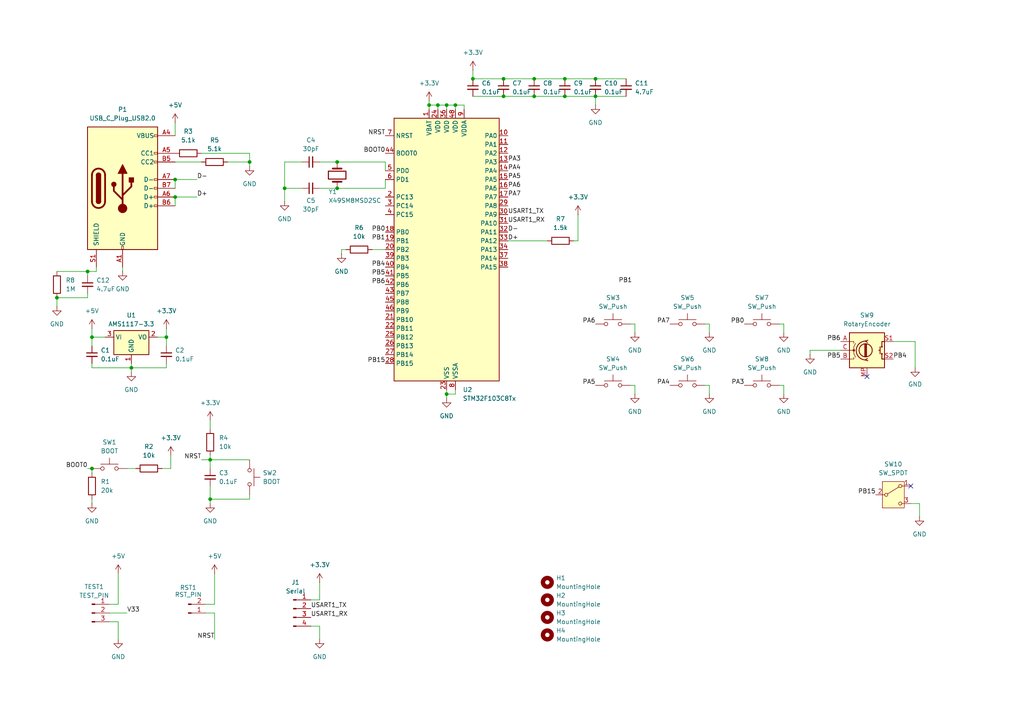
<source format=kicad_sch>
(kicad_sch (version 20250114) (generator "eeschema") (generator_version "9.0")
  (paper "A4")
  (lib_symbols
    (symbol "Connector:Conn_01x02_Pin" (pin_names (offset 1.016) (hide yes))
      (property "Reference" "J" (at 0 2.54 0))
      (property "Value" "Conn_01x02_Pin" (at 0 -5.08 0))
      (symbol "Conn_01x02_Pin_1_1"
        (rectangle (start 0.8636 0.127) (end 0 -0.127) (stroke (width 0.1524)) (fill (type outline)))
        (rectangle (start 0.8636 -2.413) (end 0 -2.667) (stroke (width 0.1524)) (fill (type outline)))
        (polyline (pts (xy 1.27 0) (xy 0.8636 0)) (stroke (width 0.1524)))
        (polyline (pts (xy 1.27 -2.54) (xy 0.8636 -2.54)) (stroke (width 0.1524)))
        (pin passive line (at 5.08 0 180) (length 3.81) (name "Pin_1") (number "1"))
        (pin passive line (at 5.08 -2.54 180) (length 3.81) (name "Pin_2") (number "2"))
      )
    )
    (symbol "Connector:Conn_01x03_Pin" (pin_names (offset 1.016) (hide yes))
      (property "Reference" "J" (at 0 5.08 0))
      (property "Value" "Conn_01x03_Pin" (at 0 -5.08 0))
      (symbol "Conn_01x03_Pin_1_1"
        (rectangle (start 0.8636 2.667) (end 0 2.413) (stroke (width 0.1524)) (fill (type outline)))
        (rectangle (start 0.8636 0.127) (end 0 -0.127) (stroke (width 0.1524)) (fill (type outline)))
        (rectangle (start 0.8636 -2.413) (end 0 -2.667) (stroke (width 0.1524)) (fill (type outline)))
        (polyline (pts (xy 1.27 2.54) (xy 0.8636 2.54)) (stroke (width 0.1524)))
        (polyline (pts (xy 1.27 0) (xy 0.8636 0)) (stroke (width 0.1524)))
        (polyline (pts (xy 1.27 -2.54) (xy 0.8636 -2.54)) (stroke (width 0.1524)))
        (pin passive line (at 5.08 2.54 180) (length 3.81) (name "Pin_1") (number "1"))
        (pin passive line (at 5.08 0 180) (length 3.81) (name "Pin_2") (number "2"))
        (pin passive line (at 5.08 -2.54 180) (length 3.81) (name "Pin_3") (number "3"))
      )
    )
    (symbol "Connector:Conn_01x04_Pin" (pin_names (offset 1.016) (hide yes))
      (property "Reference" "J" (at 0 5.08 0))
      (property "Value" "Conn_01x04_Pin" (at 0 -7.62 0))
      (symbol "Conn_01x04_Pin_1_1"
        (rectangle (start 0.8636 2.667) (end 0 2.413) (stroke (width 0.1524)) (fill (type outline)))
        (rectangle (start 0.8636 0.127) (end 0 -0.127) (stroke (width 0.1524)) (fill (type outline)))
        (rectangle (start 0.8636 -2.413) (end 0 -2.667) (stroke (width 0.1524)) (fill (type outline)))
        (rectangle (start 0.8636 -4.953) (end 0 -5.207) (stroke (width 0.1524)) (fill (type outline)))
        (polyline (pts (xy 1.27 2.54) (xy 0.8636 2.54)) (stroke (width 0.1524)))
        (polyline (pts (xy 1.27 0) (xy 0.8636 0)) (stroke (width 0.1524)))
        (polyline (pts (xy 1.27 -2.54) (xy 0.8636 -2.54)) (stroke (width 0.1524)))
        (polyline (pts (xy 1.27 -5.08) (xy 0.8636 -5.08)) (stroke (width 0.1524)))
        (pin passive line (at 5.08 2.54 180) (length 3.81) (name "Pin_1") (number "1"))
        (pin passive line (at 5.08 0 180) (length 3.81) (name "Pin_2") (number "2"))
        (pin passive line (at 5.08 -2.54 180) (length 3.81) (name "Pin_3") (number "3"))
        (pin passive line (at 5.08 -5.08 180) (length 3.81) (name "Pin_4") (number "4"))
      )
    )
    (symbol "Connector:USB_C_Receptacle_USB2.0_14P" (pin_names (offset 1.016))
      (property "Reference" "J" (at 0 22.225 0))
      (property "Value" "USB_C_Receptacle_USB2.0_14P" (at 0 19.685 0))
      (symbol "USB_C_Receptacle_USB2.0_14P_0_0"
        (rectangle (start -0.254 -17.78) (end 0.254 -16.764))
        (rectangle (start 10.16 15.494) (end 9.144 14.986))
        (rectangle (start 10.16 10.414) (end 9.144 9.906))
        (rectangle (start 10.16 7.874) (end 9.144 7.366))
        (rectangle (start 10.16 2.794) (end 9.144 2.286))
        (rectangle (start 10.16 0.254) (end 9.144 -0.254))
        (rectangle (start 10.16 -2.286) (end 9.144 -2.794))
        (rectangle (start 10.16 -4.826) (end 9.144 -5.334))
      )
      (symbol "USB_C_Receptacle_USB2.0_14P_0_1"
        (rectangle (start -10.16 17.78) (end 10.16 -17.78) (stroke (width 0.254)) (fill (type background)))
        (polyline (pts (xy -8.89 -3.81) (xy -8.89 3.81)) (stroke (width 0.508)))
        (rectangle (start -7.62 -3.81) (end -6.35 3.81) (stroke (width 0.254)) (fill (type outline)))
        (arc (start -7.62 3.81) (mid -6.985 4.4423) (end -6.35 3.81) (stroke (width 0.254)))
        (arc (start -7.62 3.81) (mid -6.985 4.4423) (end -6.35 3.81) (stroke (width 0.254)) (fill (type outline)))
        (arc (start -8.89 3.81) (mid -6.985 5.7067) (end -5.08 3.81) (stroke (width 0.508)))
        (arc (start -5.08 -3.81) (mid -6.985 -5.7067) (end -8.89 -3.81) (stroke (width 0.508)))
        (arc (start -6.35 -3.81) (mid -6.985 -4.4423) (end -7.62 -3.81) (stroke (width 0.254)))
        (arc (start -6.35 -3.81) (mid -6.985 -4.4423) (end -7.62 -3.81) (stroke (width 0.254)) (fill (type outline)))
        (polyline (pts (xy -5.08 3.81) (xy -5.08 -3.81)) (stroke (width 0.508)))
        (circle (center -2.54 1.143) (radius 0.635) (stroke (width 0.254)) (fill (type outline)))
        (polyline (pts (xy -1.27 4.318) (xy 0 6.858) (xy 1.27 4.318) (xy -1.27 4.318)) (stroke (width 0.254)) (fill (type outline)))
        (polyline (pts (xy 0 -2.032) (xy 2.54 0.508) (xy 2.54 1.778)) (stroke (width 0.508)))
        (polyline (pts (xy 0 -3.302) (xy -2.54 -0.762) (xy -2.54 0.508)) (stroke (width 0.508)))
        (polyline (pts (xy 0 -5.842) (xy 0 4.318)) (stroke (width 0.508)))
        (circle (center 0 -5.842) (radius 1.27) (fill (type outline)))
        (rectangle (start 1.905 1.778) (end 3.175 3.048) (stroke (width 0.254)) (fill (type outline)))
      )
      (symbol "USB_C_Receptacle_USB2.0_14P_1_1"
        (pin passive line (at -7.62 -22.86 90) (length 5.08) (name "SHIELD") (number "S1"))
        (pin passive line (at 0 -22.86 90) (length 5.08) (name "GND") (number "A1"))
        (pin passive line (at 0 -22.86 90) (length 5.08) (hide yes) (name "GND") (number "A12"))
        (pin passive line (at 0 -22.86 90) (length 5.08) (hide yes) (name "GND") (number "B1"))
        (pin passive line (at 0 -22.86 90) (length 5.08) (hide yes) (name "GND") (number "B12"))
        (pin passive line (at 15.24 15.24 180) (length 5.08) (name "VBUS") (number "A4"))
        (pin passive line (at 15.24 15.24 180) (length 5.08) (hide yes) (name "VBUS") (number "A9"))
        (pin passive line (at 15.24 15.24 180) (length 5.08) (hide yes) (name "VBUS") (number "B4"))
        (pin passive line (at 15.24 15.24 180) (length 5.08) (hide yes) (name "VBUS") (number "B9"))
        (pin bidirectional line (at 15.24 10.16 180) (length 5.08) (name "CC1") (number "A5"))
        (pin bidirectional line (at 15.24 7.62 180) (length 5.08) (name "CC2") (number "B5"))
        (pin bidirectional line (at 15.24 2.54 180) (length 5.08) (name "D-") (number "A7"))
        (pin bidirectional line (at 15.24 0 180) (length 5.08) (name "D-") (number "B7"))
        (pin bidirectional line (at 15.24 -2.54 180) (length 5.08) (name "D+") (number "A6"))
        (pin bidirectional line (at 15.24 -5.08 180) (length 5.08) (name "D+") (number "B6"))
      )
    )
    (symbol "Device:C_Small" (pin_numbers (hide yes)) (pin_names (offset 0.254) (hide yes))
      (property "Reference" "C" (at 0.254 1.778 0))
      (property "Value" "C_Small" (at 0.254 -2.032 0))
      (symbol "C_Small_0_1"
        (polyline (pts (xy -1.524 0.508) (xy 1.524 0.508)) (stroke (width 0.3048)))
        (polyline (pts (xy -1.524 -0.508) (xy 1.524 -0.508)) (stroke (width 0.3302)))
      )
      (symbol "C_Small_1_1"
        (pin passive line (at 0 2.54 270) (length 2.032) (name "~") (number "1"))
        (pin passive line (at 0 -2.54 90) (length 2.032) (name "~") (number "2"))
      )
    )
    (symbol "Device:Crystal" (pin_numbers (hide yes)) (pin_names (offset 1.016) (hide yes))
      (property "Reference" "Y" (at 0 3.81 0))
      (property "Value" "Crystal" (at 0 -3.81 0))
      (symbol "Crystal_0_1"
        (polyline (pts (xy -2.54 0) (xy -1.905 0)))
        (polyline (pts (xy -1.905 -1.27) (xy -1.905 1.27)) (stroke (width 0.508)))
        (rectangle (start -1.143 2.54) (end 1.143 -2.54) (stroke (width 0.3048)))
        (polyline (pts (xy 1.905 -1.27) (xy 1.905 1.27)) (stroke (width 0.508)))
        (polyline (pts (xy 2.54 0) (xy 1.905 0)))
      )
      (symbol "Crystal_1_1"
        (pin passive line (at -3.81 0 0) (length 1.27) (name "1") (number "1"))
        (pin passive line (at 3.81 0 180) (length 1.27) (name "2") (number "2"))
      )
    )
    (symbol "Device:R" (pin_numbers (hide yes)) (pin_names (offset 0))
      (property "Reference" "R" (at 2.032 0 90))
      (property "Value" "R" (at 0 0 90))
      (symbol "R_0_1"
        (rectangle (start -1.016 -2.54) (end 1.016 2.54) (stroke (width 0.254)))
      )
      (symbol "R_1_1"
        (pin passive line (at 0 3.81 270) (length 1.27) (name "~") (number "1"))
        (pin passive line (at 0 -3.81 90) (length 1.27) (name "~") (number "2"))
      )
    )
    (symbol "Device:RotaryEncoder_Switch_MP" (pin_names (offset 0.254) (hide yes))
      (property "Reference" "SW" (at 0 8.89 0))
      (property "Value" "RotaryEncoder_Switch_MP" (at 0 6.35 0))
      (symbol "RotaryEncoder_Switch_MP_0_1"
        (rectangle (start -5.08 5.08) (end 5.08 -5.08) (stroke (width 0.254)) (fill (type background)))
        (polyline (pts (xy -5.08 2.54) (xy -3.81 2.54) (xy -3.81 2.032)))
        (polyline (pts (xy -5.08 0) (xy -3.81 0) (xy -3.81 -1.016) (xy -3.302 -2.032)))
        (polyline (pts (xy -5.08 -2.54) (xy -3.81 -2.54) (xy -3.81 -2.032)))
        (polyline (pts (xy -4.318 0) (xy -3.81 0) (xy -3.81 1.016) (xy -3.302 2.032)))
        (circle (center -3.81 0) (radius 0.254) (fill (type outline)))
        (polyline (pts (xy -0.635 -1.778) (xy -0.635 1.778)) (stroke (width 0.254)))
        (circle (center -0.381 0) (radius 1.905) (stroke (width 0.254)))
        (polyline (pts (xy -0.381 -1.778) (xy -0.381 1.778)) (stroke (width 0.254)))
        (arc (start -0.381 -2.794) (mid -3.0988 -0.0635) (end -0.381 2.667) (stroke (width 0.254)))
        (polyline (pts (xy -0.127 1.778) (xy -0.127 -1.778)) (stroke (width 0.254)))
        (polyline (pts (xy 0.254 2.921) (xy -0.508 2.667) (xy 0.127 2.286)) (stroke (width 0.254)))
        (polyline (pts (xy 0.254 -3.048) (xy -0.508 -2.794) (xy 0.127 -2.413)) (stroke (width 0.254)))
        (polyline (pts (xy 3.81 1.016) (xy 3.81 -1.016)) (stroke (width 0.254)))
        (polyline (pts (xy 3.81 0) (xy 3.429 0)) (stroke (width 0.254)))
        (circle (center 4.318 1.016) (radius 0.127) (stroke (width 0.254)))
        (circle (center 4.318 -1.016) (radius 0.127) (stroke (width 0.254)))
        (polyline (pts (xy 5.08 2.54) (xy 4.318 2.54) (xy 4.318 1.016)) (stroke (width 0.254)))
        (polyline (pts (xy 5.08 -2.54) (xy 4.318 -2.54) (xy 4.318 -1.016)) (stroke (width 0.254)))
      )
      (symbol "RotaryEncoder_Switch_MP_1_1"
        (pin passive line (at -7.62 2.54 0) (length 2.54) (name "A") (number "A"))
        (pin passive line (at -7.62 0 0) (length 2.54) (name "C") (number "C"))
        (pin passive line (at -7.62 -2.54 0) (length 2.54) (name "B") (number "B"))
        (pin passive line (at 0 -7.62 90) (length 2.54) (name "MP") (number "MP"))
        (pin passive line (at 7.62 2.54 180) (length 2.54) (name "S1") (number "S1"))
        (pin passive line (at 7.62 -2.54 180) (length 2.54) (name "S2") (number "S2"))
      )
    )
    (symbol "MCU_ST_STM32F1:STM32F103C8Tx"
      (property "Reference" "U" (at -15.24 39.37 0))
      (property "Value" "STM32F103C8Tx" (at 7.62 39.37 0))
      (symbol "STM32F103C8Tx_0_1"
        (rectangle (start -15.24 -38.1) (end 15.24 38.1) (stroke (width 0.254)) (fill (type background)))
      )
      (symbol "STM32F103C8Tx_1_1"
        (pin input line (at -17.78 33.02 0) (length 2.54) (name "NRST") (number "7"))
        (pin input line (at -17.78 27.94 0) (length 2.54) (name "BOOT0") (number "44"))
        (pin bidirectional line (at -17.78 22.86 0) (length 2.54) (name "PD0") (number "5"))
        (pin bidirectional line (at -17.78 20.32 0) (length 2.54) (name "PD1") (number "6"))
        (pin bidirectional line (at -17.78 15.24 0) (length 2.54) (name "PC13") (number "2"))
        (pin bidirectional line (at -17.78 12.7 0) (length 2.54) (name "PC14") (number "3"))
        (pin bidirectional line (at -17.78 10.16 0) (length 2.54) (name "PC15") (number "4"))
        (pin bidirectional line (at -17.78 5.08 0) (length 2.54) (name "PB0") (number "18"))
        (pin bidirectional line (at -17.78 2.54 0) (length 2.54) (name "PB1") (number "19"))
        (pin bidirectional line (at -17.78 0 0) (length 2.54) (name "PB2") (number "20"))
        (pin bidirectional line (at -17.78 -2.54 0) (length 2.54) (name "PB3") (number "39"))
        (pin bidirectional line (at -17.78 -5.08 0) (length 2.54) (name "PB4") (number "40"))
        (pin bidirectional line (at -17.78 -7.62 0) (length 2.54) (name "PB5") (number "41"))
        (pin bidirectional line (at -17.78 -10.16 0) (length 2.54) (name "PB6") (number "42"))
        (pin bidirectional line (at -17.78 -12.7 0) (length 2.54) (name "PB7") (number "43"))
        (pin bidirectional line (at -17.78 -15.24 0) (length 2.54) (name "PB8") (number "45"))
        (pin bidirectional line (at -17.78 -17.78 0) (length 2.54) (name "PB9") (number "46"))
        (pin bidirectional line (at -17.78 -20.32 0) (length 2.54) (name "PB10") (number "21"))
        (pin bidirectional line (at -17.78 -22.86 0) (length 2.54) (name "PB11") (number "22"))
        (pin bidirectional line (at -17.78 -25.4 0) (length 2.54) (name "PB12") (number "25"))
        (pin bidirectional line (at -17.78 -27.94 0) (length 2.54) (name "PB13") (number "26"))
        (pin bidirectional line (at -17.78 -30.48 0) (length 2.54) (name "PB14") (number "27"))
        (pin bidirectional line (at -17.78 -33.02 0) (length 2.54) (name "PB15") (number "28"))
        (pin power_in line (at -5.08 40.64 270) (length 2.54) (name "VBAT") (number "1"))
        (pin power_in line (at -2.54 40.64 270) (length 2.54) (name "VDD") (number "24"))
        (pin power_in line (at 0 40.64 270) (length 2.54) (name "VDD") (number "36"))
        (pin power_in line (at 0 -40.64 90) (length 2.54) (name "VSS") (number "23"))
        (pin passive line (at 0 -40.64 90) (length 2.54) (hide yes) (name "VSS") (number "35"))
        (pin passive line (at 0 -40.64 90) (length 2.54) (hide yes) (name "VSS") (number "47"))
        (pin power_in line (at 2.54 40.64 270) (length 2.54) (name "VDD") (number "48"))
        (pin power_in line (at 2.54 -40.64 90) (length 2.54) (name "VSSA") (number "8"))
        (pin power_in line (at 5.08 40.64 270) (length 2.54) (name "VDDA") (number "9"))
        (pin bidirectional line (at 17.78 33.02 180) (length 2.54) (name "PA0") (number "10"))
        (pin bidirectional line (at 17.78 30.48 180) (length 2.54) (name "PA1") (number "11"))
        (pin bidirectional line (at 17.78 27.94 180) (length 2.54) (name "PA2") (number "12"))
        (pin bidirectional line (at 17.78 25.4 180) (length 2.54) (name "PA3") (number "13"))
        (pin bidirectional line (at 17.78 22.86 180) (length 2.54) (name "PA4") (number "14"))
        (pin bidirectional line (at 17.78 20.32 180) (length 2.54) (name "PA5") (number "15"))
        (pin bidirectional line (at 17.78 17.78 180) (length 2.54) (name "PA6") (number "16"))
        (pin bidirectional line (at 17.78 15.24 180) (length 2.54) (name "PA7") (number "17"))
        (pin bidirectional line (at 17.78 12.7 180) (length 2.54) (name "PA8") (number "29"))
        (pin bidirectional line (at 17.78 10.16 180) (length 2.54) (name "PA9") (number "30") (alternate "" input line))
        (pin bidirectional line (at 17.78 7.62 180) (length 2.54) (name "PA10") (number "31") (alternate "" input line))
        (pin bidirectional line (at 17.78 5.08 180) (length 2.54) (name "PA11") (number "32") (alternate "" input line))
        (pin bidirectional line (at 17.78 2.54 180) (length 2.54) (name "PA12") (number "33"))
        (pin bidirectional line (at 17.78 0 180) (length 2.54) (name "PA13") (number "34"))
        (pin bidirectional line (at 17.78 -2.54 180) (length 2.54) (name "PA14") (number "37"))
        (pin bidirectional line (at 17.78 -5.08 180) (length 2.54) (name "PA15") (number "38"))
      )
    )
    (symbol "Mechanical:MountingHole" (pin_names (offset 1.016)) (in_bom no)
      (property "Reference" "H" (at 0 5.08 0))
      (property "Value" "MountingHole" (at 0 3.175 0))
      (symbol "MountingHole_0_1"
        (circle (center 0 0) (radius 1.27) (stroke (width 1.27)))
      )
    )
    (symbol "Regulator_Linear:AMS1117-3.3"
      (property "Reference" "U" (at -3.81 3.175 0))
      (property "Value" "AMS1117-3.3" (at 0 3.175 0))
      (symbol "AMS1117-3.3_0_1"
        (rectangle (start -5.08 -5.08) (end 5.08 1.905) (stroke (width 0.254)) (fill (type background)))
      )
      (symbol "AMS1117-3.3_1_1"
        (pin power_in line (at -7.62 0 0) (length 2.54) (name "VI") (number "3"))
        (pin power_in line (at 0 -7.62 90) (length 2.54) (name "GND") (number "1"))
        (pin power_out line (at 7.62 0 180) (length 2.54) (name "VO") (number "2"))
      )
    )
    (symbol "Switch:SW_Push" (pin_numbers (hide yes)) (pin_names (offset 1.016) (hide yes))
      (property "Reference" "SW" (at 1.27 2.54 0))
      (property "Value" "SW_Push" (at 0 -1.524 0))
      (symbol "SW_Push_0_1"
        (circle (center -2.032 0) (radius 0.508))
        (polyline (pts (xy 0 1.27) (xy 0 3.048)))
        (circle (center 2.032 0) (radius 0.508))
        (polyline (pts (xy 2.54 1.27) (xy -2.54 1.27)))
        (pin passive line (at -5.08 0 0) (length 2.54) (name "1") (number "1"))
        (pin passive line (at 5.08 0 180) (length 2.54) (name "2") (number "2"))
      )
    )
    (symbol "Switch:SW_SPDT" (pin_names (offset 0) (hide yes))
      (property "Reference" "SW" (at 0 5.08 0))
      (property "Value" "SW_SPDT" (at 0 -5.08 0))
      (symbol "SW_SPDT_0_1"
        (circle (center -2.032 0) (radius 0.4572))
        (polyline (pts (xy -1.651 0.254) (xy 1.651 2.286)))
        (circle (center 2.032 2.54) (radius 0.4572))
        (circle (center 2.032 -2.54) (radius 0.4572))
      )
      (symbol "SW_SPDT_1_1"
        (rectangle (start -3.175 3.81) (end 3.175 -3.81) (fill (type background)))
        (pin passive line (at -5.08 0 0) (length 2.54) (name "B") (number "2"))
        (pin passive line (at 5.08 2.54 180) (length 2.54) (name "A") (number "1"))
        (pin passive line (at 5.08 -2.54 180) (length 2.54) (name "C") (number "3"))
      )
    )
    (symbol "power:+3.3V" (power) (pin_numbers (hide yes)) (pin_names (offset 0) (hide yes))
      (property "Value" "+3.3V" (at 0 3.556 0))
      (symbol "+3.3V_0_1"
        (polyline (pts (xy -0.762 1.27) (xy 0 2.54)))
        (polyline (pts (xy 0 2.54) (xy 0.762 1.27)))
        (polyline (pts (xy 0 0) (xy 0 2.54)))
      )
      (symbol "+3.3V_1_1"
        (pin power_in line (at 0 0 90) (length 0) (name "~") (number "1"))
      )
    )
    (symbol "power:+5V" (power) (pin_numbers (hide yes)) (pin_names (offset 0) (hide yes))
      (property "Value" "+5V" (at 0 3.556 0))
      (symbol "+5V_0_1"
        (polyline (pts (xy -0.762 1.27) (xy 0 2.54)))
        (polyline (pts (xy 0 2.54) (xy 0.762 1.27)))
        (polyline (pts (xy 0 0) (xy 0 2.54)))
      )
      (symbol "+5V_1_1"
        (pin power_in line (at 0 0 90) (length 0) (name "~") (number "1"))
      )
    )
    (symbol "power:GND" (power) (pin_numbers (hide yes)) (pin_names (offset 0) (hide yes))
      (property "Value" "GND" (at 0 -3.81 0))
      (symbol "GND_0_1"
        (polyline (pts (xy 0 0) (xy 0 -1.27) (xy 1.27 -1.27) (xy 0 -2.54) (xy -1.27 -1.27) (xy 0 -1.27)))
      )
      (symbol "GND_1_1"
        (pin power_in line (at 0 0 270) (length 0) (name "~") (number "1"))
      )
    )
  )
  (junction (at 146.05 22.86))
  (junction (at 38.1 106.68))
  (junction (at 127 30.48))
  (junction (at 26.67 97.79))
  (junction (at 154.94 22.86))
  (junction (at 129.54 114.3))
  (junction (at 154.94 27.94))
  (junction (at 124.46 30.48))
  (junction (at 26.67 135.89))
  (junction (at 50.8 52.07))
  (junction (at 60.96 144.78))
  (junction (at 25.4 78.74))
  (junction (at 16.51 86.36))
  (junction (at 137.16 22.86))
  (junction (at 132.08 30.48))
  (junction (at 163.83 27.94))
  (junction (at 72.39 46.99))
  (junction (at 97.79 54.61))
  (junction (at 60.96 133.35))
  (junction (at 146.05 27.94))
  (junction (at 129.54 30.48))
  (junction (at 163.83 22.86))
  (junction (at 97.79 46.99))
  (junction (at 48.26 97.79))
  (junction (at 82.55 54.61))
  (junction (at 50.8 57.15))
  (junction (at 172.72 27.94))
  (junction (at 172.72 22.86))
  (no_connect (at 251.46 109.22))
  (no_connect (at 264.16 140.97))
  (wire (pts (xy 49.53 132.08) (xy 49.53 135.89)))
  (wire (pts (xy 182.88 93.98) (xy 184.15 93.98)))
  (wire (pts (xy 16.51 86.36) (xy 25.4 86.36)))
  (wire (pts (xy 25.4 78.74) (xy 27.94 78.74)))
  (wire (pts (xy 31.75 180.34) (xy 34.29 180.34)))
  (wire (pts (xy 59.69 177.8) (xy 62.23 177.8)))
  (wire (pts (xy 129.54 30.48) (xy 129.54 31.75)))
  (wire (pts (xy 167.64 62.23) (xy 167.64 69.85)))
  (wire (pts (xy 62.23 177.8) (xy 62.23 185.42)))
  (wire (pts (xy 26.67 106.68) (xy 26.67 105.41)))
  (wire (pts (xy 234.95 101.6) (xy 243.84 101.6)))
  (wire (pts (xy 38.1 106.68) (xy 48.26 106.68)))
  (wire (pts (xy 132.08 30.48) (xy 129.54 30.48)))
  (wire (pts (xy 129.54 114.3) (xy 129.54 115.57)))
  (wire (pts (xy 16.51 88.9) (xy 16.51 86.36)))
  (wire (pts (xy 82.55 54.61) (xy 82.55 46.99)))
  (wire (pts (xy 57.15 52.07) (xy 50.8 52.07)))
  (wire (pts (xy 50.8 57.15) (xy 50.8 59.69)))
  (wire (pts (xy 97.79 46.99) (xy 111.76 46.99)))
  (wire (pts (xy 50.8 46.99) (xy 58.42 46.99)))
  (wire (pts (xy 172.72 22.86) (xy 181.61 22.86)))
  (wire (pts (xy 25.4 135.89) (xy 26.67 135.89)))
  (wire (pts (xy 38.1 106.68) (xy 38.1 105.41)))
  (wire (pts (xy 62.23 175.26) (xy 62.23 166.37)))
  (wire (pts (xy 127 30.48) (xy 124.46 30.48)))
  (wire (pts (xy 265.43 99.06) (xy 265.43 106.68)))
  (wire (pts (xy 60.96 121.92) (xy 60.96 124.46)))
  (wire (pts (xy 60.96 144.78) (xy 60.96 146.05)))
  (wire (pts (xy 72.39 44.45) (xy 72.39 46.99)))
  (wire (pts (xy 107.95 72.39) (xy 111.76 72.39)))
  (wire (pts (xy 132.08 114.3) (xy 129.54 114.3)))
  (wire (pts (xy 154.94 22.86) (xy 163.83 22.86)))
  (wire (pts (xy 66.04 46.99) (xy 72.39 46.99)))
  (wire (pts (xy 205.74 93.98) (xy 205.74 96.52)))
  (wire (pts (xy 129.54 30.48) (xy 127 30.48)))
  (wire (pts (xy 48.26 95.25) (xy 48.26 97.79)))
  (wire (pts (xy 134.62 30.48) (xy 132.08 30.48)))
  (wire (pts (xy 25.4 86.36) (xy 25.4 85.09)))
  (wire (pts (xy 129.54 113.03) (xy 129.54 114.3)))
  (wire (pts (xy 97.79 54.61) (xy 111.76 54.61)))
  (wire (pts (xy 154.94 27.94) (xy 163.83 27.94)))
  (wire (pts (xy 167.64 69.85) (xy 166.37 69.85)))
  (wire (pts (xy 226.06 93.98) (xy 227.33 93.98)))
  (wire (pts (xy 234.95 101.6) (xy 234.95 102.87)))
  (wire (pts (xy 204.47 93.98) (xy 205.74 93.98)))
  (wire (pts (xy 137.16 27.94) (xy 146.05 27.94)))
  (wire (pts (xy 111.76 49.53) (xy 111.76 46.99)))
  (wire (pts (xy 158.75 69.85) (xy 147.32 69.85)))
  (wire (pts (xy 92.71 181.61) (xy 92.71 185.42)))
  (wire (pts (xy 60.96 133.35) (xy 60.96 135.89)))
  (wire (pts (xy 59.69 175.26) (xy 62.23 175.26)))
  (wire (pts (xy 182.88 111.76) (xy 184.15 111.76)))
  (wire (pts (xy 163.83 27.94) (xy 172.72 27.94)))
  (wire (pts (xy 132.08 30.48) (xy 132.08 31.75)))
  (wire (pts (xy 34.29 175.26) (xy 34.29 166.37)))
  (wire (pts (xy 27.94 77.47) (xy 27.94 78.74)))
  (wire (pts (xy 72.39 46.99) (xy 72.39 48.26)))
  (wire (pts (xy 134.62 31.75) (xy 134.62 30.48)))
  (wire (pts (xy 99.06 72.39) (xy 100.33 72.39)))
  (wire (pts (xy 99.06 73.66) (xy 99.06 72.39)))
  (wire (pts (xy 38.1 106.68) (xy 38.1 107.95)))
  (wire (pts (xy 127 30.48) (xy 127 31.75)))
  (wire (pts (xy 48.26 97.79) (xy 48.26 100.33)))
  (wire (pts (xy 26.67 135.89) (xy 26.67 137.16)))
  (wire (pts (xy 34.29 180.34) (xy 34.29 185.42)))
  (wire (pts (xy 227.33 93.98) (xy 227.33 96.52)))
  (wire (pts (xy 60.96 133.35) (xy 60.96 132.08)))
  (wire (pts (xy 82.55 58.42) (xy 82.55 54.61)))
  (wire (pts (xy 92.71 46.99) (xy 97.79 46.99)))
  (wire (pts (xy 172.72 27.94) (xy 172.72 30.48)))
  (wire (pts (xy 26.67 97.79) (xy 26.67 100.33)))
  (wire (pts (xy 90.17 181.61) (xy 92.71 181.61)))
  (wire (pts (xy 60.96 144.78) (xy 72.39 144.78)))
  (wire (pts (xy 124.46 30.48) (xy 124.46 31.75)))
  (wire (pts (xy 25.4 78.74) (xy 25.4 80.01)))
  (wire (pts (xy 184.15 93.98) (xy 184.15 96.52)))
  (wire (pts (xy 36.83 135.89) (xy 39.37 135.89)))
  (wire (pts (xy 227.33 111.76) (xy 227.33 114.3)))
  (wire (pts (xy 266.7 149.86) (xy 266.7 146.05)))
  (wire (pts (xy 92.71 173.99) (xy 90.17 173.99)))
  (wire (pts (xy 49.53 135.89) (xy 46.99 135.89)))
  (wire (pts (xy 26.67 144.78) (xy 26.67 146.05)))
  (wire (pts (xy 137.16 22.86) (xy 146.05 22.86)))
  (wire (pts (xy 72.39 144.78) (xy 72.39 143.51)))
  (wire (pts (xy 26.67 97.79) (xy 30.48 97.79)))
  (wire (pts (xy 111.76 52.07) (xy 111.76 54.61)))
  (wire (pts (xy 132.08 113.03) (xy 132.08 114.3)))
  (wire (pts (xy 259.08 99.06) (xy 265.43 99.06)))
  (wire (pts (xy 205.74 111.76) (xy 205.74 114.3)))
  (wire (pts (xy 204.47 111.76) (xy 205.74 111.76)))
  (wire (pts (xy 124.46 29.21) (xy 124.46 30.48)))
  (wire (pts (xy 146.05 27.94) (xy 154.94 27.94)))
  (wire (pts (xy 226.06 111.76) (xy 227.33 111.76)))
  (wire (pts (xy 146.05 22.86) (xy 154.94 22.86)))
  (wire (pts (xy 26.67 106.68) (xy 38.1 106.68)))
  (wire (pts (xy 266.7 146.05) (xy 264.16 146.05)))
  (wire (pts (xy 82.55 54.61) (xy 87.63 54.61)))
  (wire (pts (xy 50.8 35.56) (xy 50.8 39.37)))
  (wire (pts (xy 92.71 54.61) (xy 97.79 54.61)))
  (wire (pts (xy 35.56 77.47) (xy 35.56 78.74)))
  (wire (pts (xy 50.8 52.07) (xy 50.8 54.61)))
  (wire (pts (xy 60.96 133.35) (xy 72.39 133.35)))
  (wire (pts (xy 16.51 78.74) (xy 25.4 78.74)))
  (wire (pts (xy 57.15 57.15) (xy 50.8 57.15)))
  (wire (pts (xy 92.71 168.91) (xy 92.71 173.99)))
  (wire (pts (xy 163.83 22.86) (xy 172.72 22.86)))
  (wire (pts (xy 58.42 133.35) (xy 60.96 133.35)))
  (wire (pts (xy 60.96 140.97) (xy 60.96 144.78)))
  (wire (pts (xy 82.55 46.99) (xy 87.63 46.99)))
  (wire (pts (xy 184.15 111.76) (xy 184.15 114.3)))
  (wire (pts (xy 137.16 20.32) (xy 137.16 22.86)))
  (wire (pts (xy 58.42 44.45) (xy 72.39 44.45)))
  (wire (pts (xy 31.75 177.8) (xy 36.83 177.8)))
  (wire (pts (xy 26.67 95.25) (xy 26.67 97.79)))
  (wire (pts (xy 31.75 175.26) (xy 34.29 175.26)))
  (wire (pts (xy 48.26 106.68) (xy 48.26 105.41)))
  (wire (pts (xy 48.26 97.79) (xy 45.72 97.79)))
  (wire (pts (xy 172.72 27.94) (xy 181.61 27.94)))
  (label "D-" (at 147.32 67.31 0))
  (label "PB1" (at 111.76 69.85 180))
  (label "USART1_RX" (at 147.32 64.77 0))
  (label "PB15" (at 254 143.51 180))
  (label "NRST" (at 111.76 39.37 180))
  (label "PB1" (at 183.3552 82.2634 180))
  (label "PA5" (at 147.32 52.07 0))
  (label "PB0" (at 111.76 67.31 180))
  (label "PA6" (at 147.32 54.61 0))
  (label "PA7" (at 194.31 93.98 180))
  (label "PA5" (at 172.72 111.76 180))
  (label "D+" (at 147.32 69.85 0))
  (label "V33" (at 36.83 177.8 0))
  (label "PA4" (at 147.32 49.53 0))
  (label "D-" (at 57.15 52.07 0))
  (label "PB5" (at 243.84 104.14 180))
  (label "PA6" (at 172.72 93.98 180))
  (label "PB5" (at 111.76 80.01 180))
  (label "NRST" (at 62.23 185.42 180))
  (label "PB15" (at 111.76 105.41 180))
  (label "PA7" (at 147.32 57.15 0))
  (label "USART1_TX" (at 90.17 176.53 0))
  (label "D+" (at 57.15 57.15 0))
  (label "USART1_RX" (at 90.17 179.07 0))
  (label "PA4" (at 194.31 111.76 180))
  (label "BOOT0" (at 25.4 135.89 180))
  (label "PA3" (at 215.9 111.76 180))
  (label "PB4" (at 111.76 77.47 180))
  (label "PB6" (at 243.84 99.06 180))
  (label "PB4" (at 259.08 104.14 0))
  (label "PB0" (at 215.9 93.98 180))
  (label "BOOT0" (at 111.76 44.45 180))
  (label "PA3" (at 147.32 46.99 0))
  (label "PB6" (at 111.76 82.55 180))
  (label "NRST" (at 58.42 133.35 180))
  (label "USART1_TX" (at 147.32 62.23 0))
  (symbol (lib_id "Device:R") (at 62.23 46.99 90) (unit 1)
    (property "Reference" "R5" (at 62.23 40.64 90))
    (property "Value" "5.1k" (at 62.23 43.18 90))
    (property "Footprint" "Resistor_SMD:R_0603_1608Metric" (effects (hide yes)))
    (property "Description" "Resistor" (effects (hide yes)))
  )
  (symbol (lib_id "Switch:SW_Push") (at 199.39 93.98 0) (unit 1) (in_bom no)
    (property "Reference" "SW5" (at 199.39 86.36 0))
    (property "Value" "SW_Push" (at 199.39 88.9 0))
    (property "Footprint" "PCM_Switch_Keyboard_Cherry_MX:SW_Cherry_MX_PCB_1.00u" (effects (hide yes)))
    (property "Description" "Push button switch, generic, two pins" (effects (hide yes)))
  )
  (symbol (lib_id "Device:R") (at 104.14 72.39 90) (unit 1)
    (property "Reference" "R6" (at 104.14 66.04 90))
    (property "Value" "10k" (at 104.14 68.58 90))
    (property "Footprint" "Resistor_SMD:R_0603_1608Metric" (effects (hide yes)))
    (property "Description" "Resistor" (effects (hide yes)))
  )
  (symbol (lib_id "power:GND") (at 205.74 96.52 0) (unit 1)
    (property "Reference" "#PWR025" (effects (hide yes)))
    (property "Value" "GND" (at 205.74 101.6 0))
    (property "Description" "Power symbol creates a global label with name \"GND\" , ground" (effects (hide yes)))
  )
  (symbol (lib_id "Connector:USB_C_Receptacle_USB2.0_14P") (at 35.56 54.61 0) (unit 1)
    (property "Reference" "P1" (at 35.56 31.75 0))
    (property "Value" "USB_C_Plug_USB2.0" (at 35.56 34.29 0))
    (property "Footprint" "Connector_USB:USB_C_Receptacle_GCT_USB4105-xx-A_16P_TopMnt_Horizontal" (effects (hide yes)))
    (property "Datasheet" "https://www.usb.org/sites/default/files/documents/usb_type-c.zip" (effects (hide yes)))
    (property "Description" "USB 2.0-only 14P Type-C Receptacle connector" (effects (hide yes)))
  )
  (symbol (lib_id "Mechanical:MountingHole") (at 158.75 179.07 0) (unit 1) (in_bom no)
    (property "Reference" "H3" (at 161.29 177.7999 0) (effects (justify left)))
    (property "Value" "MountingHole" (at 161.29 180.3399 0) (effects (justify left)))
    (property "Footprint" "MountingHole:MountingHole_3.2mm_M3" (effects (hide yes)))
    (property "Description" "Mounting Hole without connection" (effects (hide yes)))
  )
  (symbol (lib_id "Device:C_Small") (at 60.96 138.43 0) (unit 1)
    (property "Reference" "C3" (at 63.5 137.1662 0) (effects (justify left)))
    (property "Value" "0.1uF" (at 63.5 139.7062 0) (effects (justify left)))
    (property "Footprint" "Capacitor_SMD:C_0603_1608Metric" (effects (hide yes)))
    (property "Description" "Unpolarized capacitor, small symbol" (effects (hide yes)))
  )
  (symbol (lib_id "power:GND") (at 26.67 146.05 0) (unit 1)
    (property "Reference" "#PWR02" (effects (hide yes)))
    (property "Value" "GND" (at 26.67 151.13 0))
    (property "Description" "Power symbol creates a global label with name \"GND\" , ground" (effects (hide yes)))
  )
  (symbol (lib_id "power:GND") (at 82.55 58.42 0) (unit 1)
    (property "Reference" "#PWR014" (effects (hide yes)))
    (property "Value" "GND" (at 82.55 63.5 0))
    (property "Description" "Power symbol creates a global label with name \"GND\" , ground" (effects (hide yes)))
  )
  (symbol (lib_id "Mechanical:MountingHole") (at 158.75 168.91 0) (unit 1) (in_bom no)
    (property "Reference" "H1" (at 161.29 167.6399 0) (effects (justify left)))
    (property "Value" "MountingHole" (at 161.29 170.1799 0) (effects (justify left)))
    (property "Footprint" "MountingHole:MountingHole_3.2mm_M3" (effects (hide yes)))
    (property "Description" "Mounting Hole without connection" (effects (hide yes)))
  )
  (symbol (lib_id "Mechanical:MountingHole") (at 158.75 173.99 0) (unit 1) (in_bom no)
    (property "Reference" "H2" (at 161.29 172.7199 0) (effects (justify left)))
    (property "Value" "MountingHole" (at 161.29 175.2599 0) (effects (justify left)))
    (property "Footprint" "MountingHole:MountingHole_3.2mm_M3" (effects (hide yes)))
    (property "Description" "Mounting Hole without connection" (effects (hide yes)))
  )
  (symbol (lib_id "Switch:SW_Push") (at 220.98 111.76 0) (unit 1) (in_bom no)
    (property "Reference" "SW8" (at 220.98 104.14 0))
    (property "Value" "SW_Push" (at 220.98 106.68 0))
    (property "Footprint" "PCM_Switch_Keyboard_Cherry_MX:SW_Cherry_MX_PCB_1.00u" (effects (hide yes)))
    (property "Description" "Push button switch, generic, two pins" (effects (hide yes)))
  )
  (symbol (lib_id "Device:C_Small") (at 26.67 102.87 0) (unit 1)
    (property "Reference" "C1" (at 29.21 101.6062 0) (effects (justify left)))
    (property "Value" "0.1uF" (at 29.21 104.1462 0) (effects (justify left)))
    (property "Footprint" "Capacitor_SMD:C_0603_1608Metric" (effects (hide yes)))
    (property "Description" "Unpolarized capacitor, small symbol" (effects (hide yes)))
  )
  (symbol (lib_id "power:GND") (at 92.71 185.42 0) (unit 1)
    (property "Reference" "#PWR016" (effects (hide yes)))
    (property "Value" "GND" (at 92.71 190.5 0))
    (property "Description" "Power symbol creates a global label with name \"GND\" , ground" (effects (hide yes)))
  )
  (symbol (lib_id "Connector:Conn_01x02_Pin") (at 54.61 177.8 0) (mirror x) (unit 1) (in_bom no) (on_board no)
    (property "Reference" "RST1" (at 54.61 170.434 0))
    (property "Value" "RST_PIN" (at 54.61 172.466 0))
    (property "Footprint" "TestPoint:TestPoint_2Pads_Pitch2.54mm_Drill0.8mm" (effects (hide yes)))
    (property "Description" "Generic connector, single row, 01x02, script generated" (effects (hide yes)))
  )
  (symbol (lib_id "power:GND") (at 38.1 107.95 0) (unit 1)
    (property "Reference" "#PWR06" (effects (hide yes)))
    (property "Value" "GND" (at 38.1 113.03 0))
    (property "Description" "Power symbol creates a global label with name \"GND\" , ground" (effects (hide yes)))
  )
  (symbol (lib_id "power:GND") (at 99.06 73.66 0) (unit 1)
    (property "Reference" "#PWR017" (effects (hide yes)))
    (property "Value" "GND" (at 99.06 78.74 0))
    (property "Description" "Power symbol creates a global label with name \"GND\" , ground" (effects (hide yes)))
  )
  (symbol (lib_id "Switch:SW_Push") (at 177.8 93.98 0) (unit 1) (in_bom no)
    (property "Reference" "SW3" (at 177.8 86.36 0))
    (property "Value" "SW_Push" (at 177.8 88.9 0))
    (property "Footprint" "PCM_Switch_Keyboard_Cherry_MX:SW_Cherry_MX_PCB_1.00u" (effects (hide yes)))
    (property "Description" "Push button switch, generic, two pins" (effects (hide yes)))
  )
  (symbol (lib_id "power:GND") (at 35.56 78.74 0) (unit 1)
    (property "Reference" "#PWR05" (effects (hide yes)))
    (property "Value" "GND" (at 35.56 83.82 0))
    (property "Description" "Power symbol creates a global label with name \"GND\" , ground" (effects (hide yes)))
  )
  (symbol (lib_id "MCU_ST_STM32F1:STM32F103C8Tx") (at 129.54 72.39 0) (unit 1)
    (property "Reference" "U2" (at 134.2233 113.03 0) (effects (justify left)))
    (property "Value" "STM32F103C8Tx" (at 134.2233 115.57 0) (effects (justify left)))
    (property "Footprint" "Package_QFP:LQFP-48_7x7mm_P0.5mm" (effects (hide yes)))
    (property "Datasheet" "https://www.st.com/resource/en/datasheet/stm32f103c8.pdf" (effects (hide yes)))
    (property "Description" "STMicroelectronics Arm Cortex-M3 MCU, 64KB flash, 20KB RAM, 72 MHz, 2.0-3.6V, 37 GPIO, LQFP48" (effects (hide yes)))
    (pin "32" (alternate "PA11"))
    (pin "31" (alternate "PA10"))
    (pin "30" (alternate "PA9"))
  )
  (symbol (lib_id "Switch:SW_Push") (at 199.39 111.76 0) (unit 1) (in_bom no)
    (property "Reference" "SW6" (at 199.39 104.14 0))
    (property "Value" "SW_Push" (at 199.39 106.68 0))
    (property "Footprint" "PCM_Switch_Keyboard_Cherry_MX:SW_Cherry_MX_PCB_1.00u" (effects (hide yes)))
    (property "Description" "Push button switch, generic, two pins" (effects (hide yes)))
  )
  (symbol (lib_id "power:GND") (at 205.74 114.3 0) (unit 1)
    (property "Reference" "#PWR026" (effects (hide yes)))
    (property "Value" "GND" (at 205.74 119.38 0))
    (property "Description" "Power symbol creates a global label with name \"GND\" , ground" (effects (hide yes)))
  )
  (symbol (lib_id "Device:R") (at 26.67 140.97 180) (unit 1)
    (property "Reference" "R1" (at 29.21 139.6999 0) (effects (justify right)))
    (property "Value" "20k" (at 29.21 142.2399 0) (effects (justify right)))
    (property "Footprint" "Resistor_SMD:R_0603_1608Metric" (effects (hide yes)))
    (property "Description" "Resistor" (effects (hide yes)))
  )
  (symbol (lib_id "Switch:SW_Push") (at 31.75 135.89 0) (unit 1)
    (property "Reference" "SW1" (at 31.75 128.27 0))
    (property "Value" "BOOT" (at 31.75 130.81 0))
    (property "Footprint" "Button_Switch_SMD:SW_Push_1P1T_XKB_TS-1187A" (effects (hide yes)))
    (property "Description" "Push button switch, generic, two pins" (effects (hide yes)))
  )
  (symbol (lib_id "power:+5V") (at 50.8 35.56 0) (unit 1)
    (property "Reference" "#PWR09" (effects (hide yes)))
    (property "Value" "+5V" (at 50.8 30.48 0))
    (property "Description" "Power symbol creates a global label with name \"+5V\"" (effects (hide yes)))
  )
  (symbol (lib_id "power:GND") (at 227.33 96.52 0) (unit 1)
    (property "Reference" "#PWR027" (effects (hide yes)))
    (property "Value" "GND" (at 227.33 101.6 0))
    (property "Description" "Power symbol creates a global label with name \"GND\" , ground" (effects (hide yes)))
  )
  (symbol (lib_id "Switch:SW_SPDT") (at 259.08 143.51 0) (unit 1)
    (property "Reference" "SW10" (at 259.08 134.62 0))
    (property "Value" "SW_SPDT" (at 259.08 137.16 0))
    (property "Footprint" "Haru13579:SW_Push_1P1T-MP_NO_Horizontal_Alps_SSAJ120100" (effects (hide yes)))
    (property "Description" "Switch, single pole double throw" (effects (hide yes)))
  )
  (symbol (lib_id "Device:C_Small") (at 146.05 25.4 0) (unit 1)
    (property "Reference" "C7" (at 148.59 24.1362 0) (effects (justify left)))
    (property "Value" "0.1uF" (at 148.59 26.6762 0) (effects (justify left)))
    (property "Footprint" "Capacitor_SMD:C_0603_1608Metric" (effects (hide yes)))
    (property "Description" "Unpolarized capacitor, small symbol" (effects (hide yes)))
  )
  (symbol (lib_id "power:+5V") (at 62.23 166.37 0) (unit 1)
    (property "Reference" "#PWR012" (effects (hide yes)))
    (property "Value" "+5V" (at 62.23 161.29 0))
    (property "Description" "Power symbol creates a global label with name \"+5V\"" (effects (hide yes)))
  )
  (symbol (lib_id "Mechanical:MountingHole") (at 158.75 184.15 0) (unit 1) (in_bom no)
    (property "Reference" "H4" (at 161.29 182.8799 0) (effects (justify left)))
    (property "Value" "MountingHole" (at 161.29 185.4199 0) (effects (justify left)))
    (property "Footprint" "MountingHole:MountingHole_3.2mm_M3" (effects (hide yes)))
    (property "Description" "Mounting Hole without connection" (effects (hide yes)))
  )
  (symbol (lib_id "power:+3.3V") (at 124.46 29.21 0) (unit 1)
    (property "Reference" "#PWR018" (effects (hide yes)))
    (property "Value" "+3.3V" (at 124.46 24.13 0))
    (property "Description" "Power symbol creates a global label with name \"+3.3V\"" (effects (hide yes)))
  )
  (symbol (lib_id "Device:C_Small") (at 154.94 25.4 0) (unit 1)
    (property "Reference" "C8" (at 157.48 24.1362 0) (effects (justify left)))
    (property "Value" "0.1uF" (at 157.48 26.6762 0) (effects (justify left)))
    (property "Footprint" "Capacitor_SMD:C_0603_1608Metric" (effects (hide yes)))
    (property "Description" "Unpolarized capacitor, small symbol" (effects (hide yes)))
  )
  (symbol (lib_id "power:+3.3V") (at 60.96 121.92 0) (unit 1)
    (property "Reference" "#PWR010" (effects (hide yes)))
    (property "Value" "+3.3V" (at 60.96 116.84 0))
    (property "Description" "Power symbol creates a global label with name \"+3.3V\"" (effects (hide yes)))
  )
  (symbol (lib_id "power:+3.3V") (at 49.53 132.08 0) (unit 1)
    (property "Reference" "#PWR08" (effects (hide yes)))
    (property "Value" "+3.3V" (at 49.53 127 0))
    (property "Description" "Power symbol creates a global label with name \"+3.3V\"" (effects (hide yes)))
  )
  (symbol (lib_id "Device:R") (at 60.96 128.27 180) (unit 1)
    (property "Reference" "R4" (at 63.5 126.9999 0) (effects (justify right)))
    (property "Value" "10k" (at 63.5 129.5399 0) (effects (justify right)))
    (property "Footprint" "Resistor_SMD:R_0603_1608Metric" (effects (hide yes)))
    (property "Description" "Resistor" (effects (hide yes)))
  )
  (symbol (lib_id "Device:C_Small") (at 48.26 102.87 0) (unit 1)
    (property "Reference" "C2" (at 50.8 101.6062 0) (effects (justify left)))
    (property "Value" "0.1uF" (at 50.8 104.1462 0) (effects (justify left)))
    (property "Footprint" "Capacitor_SMD:C_0603_1608Metric" (effects (hide yes)))
    (property "Description" "Unpolarized capacitor, small symbol" (effects (hide yes)))
  )
  (symbol (lib_id "Device:Crystal") (at 97.79 50.8 90) (unit 1)
    (property "Reference" "Y1" (at 95.25 55.626 90) (effects (justify right)))
    (property "Value" "X49SM8MSD2SC" (at 95.25 58.166 90) (effects (justify right)))
    (property "Footprint" "Crystal:Crystal_SMD_HC49-SD" (effects (hide yes)))
    (property "Description" "Two pin crystal" (effects (hide yes)))
  )
  (symbol (lib_id "Device:RotaryEncoder_Switch_MP") (at 251.46 101.6 0) (unit 1) (in_bom no)
    (property "Reference" "SW9" (at 251.46 91.44 0))
    (property "Value" "RotaryEncoder" (at 251.46 93.98 0))
    (property "Footprint" "Rotary_Encoder:RotaryEncoder_Alps_EC11E-Switch_Vertical_H20mm" (effects (hide yes)))
    (property "Description" "Rotary encoder, dual channel, incremental quadrate outputs, with switch and MP Pin" (effects (hide yes)))
  )
  (symbol (lib_id "power:+3.3V") (at 48.26 95.25 0) (unit 1)
    (property "Reference" "#PWR07" (effects (hide yes)))
    (property "Value" "+3.3V" (at 48.26 90.17 0))
    (property "Description" "Power symbol creates a global label with name \"+3.3V\"" (effects (hide yes)))
  )
  (symbol (lib_id "power:GND") (at 16.51 88.9 0) (unit 1)
    (property "Reference" "#PWR032" (effects (hide yes)))
    (property "Value" "GND" (at 16.51 93.98 0))
    (property "Description" "Power symbol creates a global label with name \"GND\" , ground" (effects (hide yes)))
  )
  (symbol (lib_id "power:GND") (at 184.15 114.3 0) (unit 1)
    (property "Reference" "#PWR024" (effects (hide yes)))
    (property "Value" "GND" (at 184.15 119.38 0))
    (property "Description" "Power symbol creates a global label with name \"GND\" , ground" (effects (hide yes)))
  )
  (symbol (lib_id "Device:C_Small") (at 163.83 25.4 0) (unit 1)
    (property "Reference" "C9" (at 166.37 24.1362 0) (effects (justify left)))
    (property "Value" "0.1uF" (at 166.37 26.6762 0) (effects (justify left)))
    (property "Footprint" "Capacitor_SMD:C_0603_1608Metric" (effects (hide yes)))
    (property "Description" "Unpolarized capacitor, small symbol" (effects (hide yes)))
  )
  (symbol (lib_id "power:GND") (at 265.43 106.68 0) (unit 1)
    (property "Reference" "#PWR030" (effects (hide yes)))
    (property "Value" "GND" (at 265.43 111.4397 0))
    (property "Description" "Power symbol creates a global label with name \"GND\" , ground" (effects (hide yes)))
  )
  (symbol (lib_id "Device:R") (at 43.18 135.89 90) (unit 1)
    (property "Reference" "R2" (at 43.18 129.54 90))
    (property "Value" "10k" (at 43.18 132.08 90))
    (property "Footprint" "Resistor_SMD:R_0603_1608Metric" (effects (hide yes)))
    (property "Description" "Resistor" (effects (hide yes)))
  )
  (symbol (lib_id "power:GND") (at 34.29 185.42 0) (unit 1)
    (property "Reference" "#PWR04" (effects (hide yes)))
    (property "Value" "GND" (at 34.29 190.5 0))
    (property "Description" "Power symbol creates a global label with name \"GND\" , ground" (effects (hide yes)))
  )
  (symbol (lib_id "Regulator_Linear:AMS1117-3.3") (at 38.1 97.79 0) (unit 1)
    (property "Reference" "U1" (at 38.1 91.44 0))
    (property "Value" "AMS1117-3.3" (at 38.1 93.98 0))
    (property "Footprint" "Package_TO_SOT_SMD:SOT-223-3_TabPin2" (effects (hide yes)))
    (property "Datasheet" "http://www.advanced-monolithic.com/pdf/ds1117.pdf" (effects (hide yes)))
    (property "Description" "1A Low Dropout regulator, positive, 3.3V fixed output, SOT-223" (effects (hide yes)))
  )
  (symbol (lib_id "power:GND") (at 227.33 114.3 0) (unit 1)
    (property "Reference" "#PWR028" (effects (hide yes)))
    (property "Value" "GND" (at 227.33 119.38 0))
    (property "Description" "Power symbol creates a global label with name \"GND\" , ground" (effects (hide yes)))
  )
  (symbol (lib_id "Device:R") (at 54.61 44.45 270) (unit 1)
    (property "Reference" "R3" (at 54.61 38.1 90))
    (property "Value" "5.1k" (at 54.61 40.64 90))
    (property "Footprint" "Resistor_SMD:R_0603_1608Metric" (effects (hide yes)))
    (property "Description" "Resistor" (effects (hide yes)))
  )
  (symbol (lib_id "Device:C_Small") (at 172.72 25.4 0) (unit 1)
    (property "Reference" "C10" (at 175.26 24.1362 0) (effects (justify left)))
    (property "Value" "0.1uF" (at 175.26 26.6762 0) (effects (justify left)))
    (property "Footprint" "Capacitor_SMD:C_0603_1608Metric" (effects (hide yes)))
    (property "Description" "Unpolarized capacitor, small symbol" (effects (hide yes)))
  )
  (symbol (lib_id "power:GND") (at 266.7 149.86 0) (unit 1)
    (property "Reference" "#PWR031" (effects (hide yes)))
    (property "Value" "GND" (at 266.7 154.94 0))
    (property "Description" "Power symbol creates a global label with name \"GND\" , ground" (effects (hide yes)))
  )
  (symbol (lib_id "power:+3.3V") (at 92.71 168.91 0) (unit 1)
    (property "Reference" "#PWR015" (effects (hide yes)))
    (property "Value" "+3.3V" (at 92.71 163.83 0))
    (property "Description" "Power symbol creates a global label with name \"+3.3V\"" (effects (hide yes)))
  )
  (symbol (lib_id "Device:R") (at 16.51 82.55 0) (unit 1)
    (property "Reference" "R8" (at 19.05 81.2799 0) (effects (justify left)))
    (property "Value" "1M" (at 19.05 83.8199 0) (effects (justify left)))
    (property "Footprint" "Resistor_SMD:R_0603_1608Metric" (effects (hide yes)))
    (property "Description" "Resistor" (effects (hide yes)))
  )
  (symbol (lib_id "Connector:Conn_01x03_Pin") (at 26.67 177.8 0) (unit 1) (in_bom no) (on_board no)
    (property "Reference" "TEST1" (at 27.305 170.18 0))
    (property "Value" "TEST_PIN" (at 27.305 172.72 0))
    (property "Footprint" "Connector_PinSocket_2.54mm:PinSocket_1x03_P2.54mm_Vertical" (effects (hide yes)))
    (property "Description" "Generic connector, single row, 01x03, script generated" (effects (hide yes)))
  )
  (symbol (lib_id "power:GND") (at 172.72 30.48 0) (unit 1)
    (property "Reference" "#PWR022" (effects (hide yes)))
    (property "Value" "GND" (at 172.72 35.56 0))
    (property "Description" "Power symbol creates a global label with name \"GND\" , ground" (effects (hide yes)))
  )
  (symbol (lib_id "power:GND") (at 184.15 96.52 0) (unit 1)
    (property "Reference" "#PWR023" (effects (hide yes)))
    (property "Value" "GND" (at 184.15 101.6 0))
    (property "Description" "Power symbol creates a global label with name \"GND\" , ground" (effects (hide yes)))
  )
  (symbol (lib_id "power:GND") (at 72.39 48.26 0) (unit 1)
    (property "Reference" "#PWR013" (effects (hide yes)))
    (property "Value" "GND" (at 72.39 53.34 0))
    (property "Description" "Power symbol creates a global label with name \"GND\" , ground" (effects (hide yes)))
  )
  (symbol (lib_id "power:+5V") (at 34.29 166.37 0) (unit 1)
    (property "Reference" "#PWR03" (effects (hide yes)))
    (property "Value" "+5V" (at 34.29 161.29 0))
    (property "Description" "Power symbol creates a global label with name \"+5V\"" (effects (hide yes)))
  )
  (symbol (lib_id "Device:C_Small") (at 137.16 25.4 0) (unit 1)
    (property "Reference" "C6" (at 139.7 24.1362 0) (effects (justify left)))
    (property "Value" "0.1uF" (at 139.7 26.6762 0) (effects (justify left)))
    (property "Footprint" "Capacitor_SMD:C_0603_1608Metric" (effects (hide yes)))
    (property "Description" "Unpolarized capacitor, small symbol" (effects (hide yes)))
  )
  (symbol (lib_id "power:+3.3V") (at 137.16 20.32 0) (unit 1)
    (property "Reference" "#PWR020" (effects (hide yes)))
    (property "Value" "+3.3V" (at 137.16 15.24 0))
    (property "Description" "Power symbol creates a global label with name \"+3.3V\"" (effects (hide yes)))
  )
  (symbol (lib_id "power:+5V") (at 26.67 95.25 0) (unit 1)
    (property "Reference" "#PWR01" (effects (hide yes)))
    (property "Value" "+5V" (at 26.67 90.17 0))
    (property "Description" "Power symbol creates a global label with name \"+5V\"" (effects (hide yes)))
  )
  (symbol (lib_id "Switch:SW_Push") (at 220.98 93.98 0) (unit 1) (in_bom no)
    (property "Reference" "SW7" (at 220.98 86.36 0))
    (property "Value" "SW_Push" (at 220.98 88.9 0))
    (property "Footprint" "PCM_Switch_Keyboard_Cherry_MX:SW_Cherry_MX_PCB_1.00u" (effects (hide yes)))
    (property "Description" "Push button switch, generic, two pins" (effects (hide yes)))
  )
  (symbol (lib_id "Connector:Conn_01x04_Pin") (at 85.09 176.53 0) (unit 1) (in_bom no)
    (property "Reference" "J1" (at 85.725 168.91 0))
    (property "Value" "Serial" (at 85.725 171.45 0))
    (property "Footprint" "Connector_PinHeader_2.54mm:PinHeader_1x04_P2.54mm_Vertical" (effects (hide yes)))
    (property "Description" "Generic connector, single row, 01x04, script generated" (effects (hide yes)))
  )
  (symbol (lib_id "Device:C_Small") (at 90.17 54.61 90) (unit 1)
    (property "Reference" "C5" (at 90.17 58.166 90))
    (property "Value" "30pF" (at 90.17 60.706 90))
    (property "Footprint" "Capacitor_SMD:C_0603_1608Metric" (effects (hide yes)))
    (property "Description" "Unpolarized capacitor, small symbol" (effects (hide yes)))
  )
  (symbol (lib_id "Device:C_Small") (at 25.4 82.55 0) (unit 1)
    (property "Reference" "C12" (at 27.94 81.2862 0) (effects (justify left)))
    (property "Value" "4.7uF" (at 27.94 83.8262 0) (effects (justify left)))
    (property "Footprint" "Capacitor_SMD:C_0603_1608Metric" (effects (hide yes)))
    (property "Description" "Unpolarized capacitor, small symbol" (effects (hide yes)))
  )
  (symbol (lib_id "Device:R") (at 162.56 69.85 90) (unit 1)
    (property "Reference" "R7" (at 162.56 63.5 90))
    (property "Value" "1.5k" (at 162.56 66.04 90))
    (property "Footprint" "Resistor_SMD:R_0603_1608Metric" (effects (hide yes)))
    (property "Description" "Resistor" (effects (hide yes)))
  )
  (symbol (lib_id "Device:C_Small") (at 90.17 46.99 90) (unit 1)
    (property "Reference" "C4" (at 90.1763 40.64 90))
    (property "Value" "30pF" (at 90.1763 43.18 90))
    (property "Footprint" "Capacitor_SMD:C_0603_1608Metric" (effects (hide yes)))
    (property "Description" "Unpolarized capacitor, small symbol" (effects (hide yes)))
  )
  (symbol (lib_id "power:GND") (at 129.54 115.57 0) (unit 1)
    (property "Reference" "#PWR019" (effects (hide yes)))
    (property "Value" "GND" (at 129.54 120.65 0))
    (property "Description" "Power symbol creates a global label with name \"GND\" , ground" (effects (hide yes)))
  )
  (symbol (lib_id "Device:C_Small") (at 181.61 25.4 0) (unit 1)
    (property "Reference" "C11" (at 184.15 24.1362 0) (effects (justify left)))
    (property "Value" "4.7uF" (at 184.15 26.6762 0) (effects (justify left)))
    (property "Footprint" "Capacitor_SMD:C_0603_1608Metric" (effects (hide yes)))
    (property "Description" "Unpolarized capacitor, small symbol" (effects (hide yes)))
  )
  (symbol (lib_id "Switch:SW_Push") (at 72.39 138.43 270) (unit 1)
    (property "Reference" "SW2" (at 76.2 137.1599 90) (effects (justify left)))
    (property "Value" "BOOT" (at 76.2 139.6999 90) (effects (justify left)))
    (property "Footprint" "Button_Switch_SMD:SW_Push_1P1T_XKB_TS-1187A" (effects (hide yes)))
    (property "Description" "Push button switch, generic, two pins" (effects (hide yes)))
  )
  (symbol (lib_id "Switch:SW_Push") (at 177.8 111.76 0) (unit 1) (in_bom no)
    (property "Reference" "SW4" (at 177.8 104.14 0))
    (property "Value" "SW_Push" (at 177.8 106.68 0))
    (property "Footprint" "PCM_Switch_Keyboard_Cherry_MX:SW_Cherry_MX_PCB_1.00u" (effects (hide yes)))
    (property "Description" "Push button switch, generic, two pins" (effects (hide yes)))
  )
  (symbol (lib_id "power:GND") (at 234.95 102.87 0) (unit 1)
    (property "Reference" "#PWR029" (effects (hide yes)))
    (property "Value" "GND" (at 234.95 107.95 0))
    (property "Description" "Power symbol creates a global label with name \"GND\" , ground" (effects (hide yes)))
  )
  (symbol (lib_id "power:GND") (at 60.96 146.05 0) (unit 1)
    (property "Reference" "#PWR011" (effects (hide yes)))
    (property "Value" "GND" (at 60.96 151.13 0))
    (property "Description" "Power symbol creates a global label with name \"GND\" , ground" (effects (hide yes)))
  )
  (symbol (lib_id "power:+3.3V") (at 167.64 62.23 0) (unit 1)
    (property "Reference" "#PWR021" (effects (hide yes)))
    (property "Value" "+3.3V" (at 167.64 57.15 0))
    (property "Description" "Power symbol creates a global label with name \"+3.3V\"" (effects (hide yes)))
  )
)
</source>
